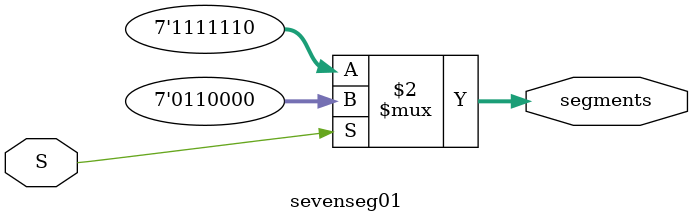
<source format=sv>
module sevenseg01 (input logic S,
                   output logic[6:0] segments);

  assign segments = (S == 0) ? 7'b1111110 : 7'b0110000;

endmodule

</source>
